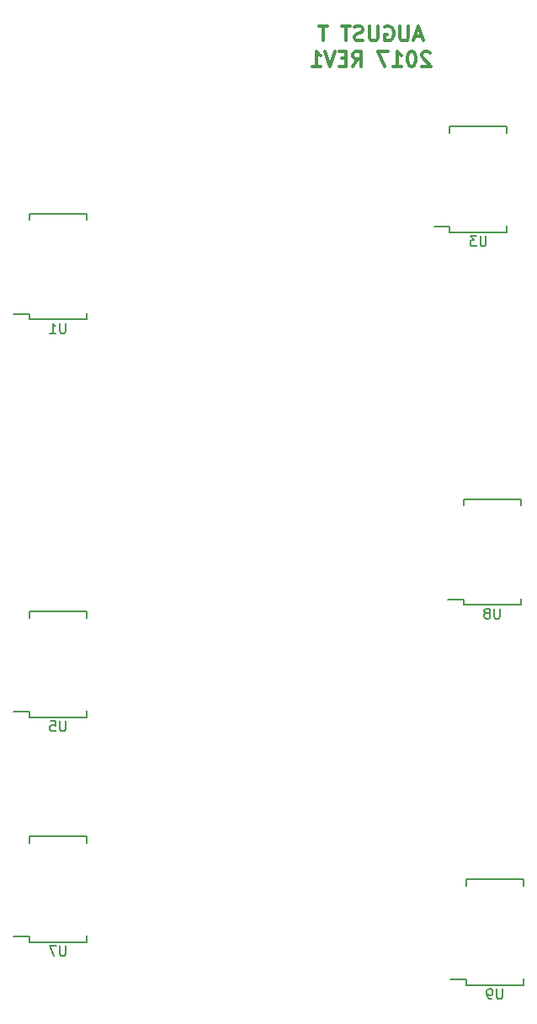
<source format=gbo>
G04 #@! TF.FileFunction,Legend,Bot*
%FSLAX46Y46*%
G04 Gerber Fmt 4.6, Leading zero omitted, Abs format (unit mm)*
G04 Created by KiCad (PCBNEW 4.0.6) date Monday, September 25, 2017 'AMt' 01:13:48 AM*
%MOMM*%
%LPD*%
G01*
G04 APERTURE LIST*
%ADD10C,0.100000*%
%ADD11C,0.300000*%
%ADD12C,0.150000*%
G04 APERTURE END LIST*
D10*
D11*
X161317143Y-76445000D02*
X160602857Y-76445000D01*
X161460000Y-76873571D02*
X160960000Y-75373571D01*
X160460000Y-76873571D01*
X159960000Y-75373571D02*
X159960000Y-76587857D01*
X159888572Y-76730714D01*
X159817143Y-76802143D01*
X159674286Y-76873571D01*
X159388572Y-76873571D01*
X159245714Y-76802143D01*
X159174286Y-76730714D01*
X159102857Y-76587857D01*
X159102857Y-75373571D01*
X157602857Y-75445000D02*
X157745714Y-75373571D01*
X157960000Y-75373571D01*
X158174285Y-75445000D01*
X158317143Y-75587857D01*
X158388571Y-75730714D01*
X158460000Y-76016429D01*
X158460000Y-76230714D01*
X158388571Y-76516429D01*
X158317143Y-76659286D01*
X158174285Y-76802143D01*
X157960000Y-76873571D01*
X157817143Y-76873571D01*
X157602857Y-76802143D01*
X157531428Y-76730714D01*
X157531428Y-76230714D01*
X157817143Y-76230714D01*
X156888571Y-75373571D02*
X156888571Y-76587857D01*
X156817143Y-76730714D01*
X156745714Y-76802143D01*
X156602857Y-76873571D01*
X156317143Y-76873571D01*
X156174285Y-76802143D01*
X156102857Y-76730714D01*
X156031428Y-76587857D01*
X156031428Y-75373571D01*
X155388571Y-76802143D02*
X155174285Y-76873571D01*
X154817142Y-76873571D01*
X154674285Y-76802143D01*
X154602856Y-76730714D01*
X154531428Y-76587857D01*
X154531428Y-76445000D01*
X154602856Y-76302143D01*
X154674285Y-76230714D01*
X154817142Y-76159286D01*
X155102856Y-76087857D01*
X155245714Y-76016429D01*
X155317142Y-75945000D01*
X155388571Y-75802143D01*
X155388571Y-75659286D01*
X155317142Y-75516429D01*
X155245714Y-75445000D01*
X155102856Y-75373571D01*
X154745714Y-75373571D01*
X154531428Y-75445000D01*
X154102857Y-75373571D02*
X153245714Y-75373571D01*
X153674285Y-76873571D02*
X153674285Y-75373571D01*
X151817143Y-75373571D02*
X150960000Y-75373571D01*
X151388571Y-76873571D02*
X151388571Y-75373571D01*
X162138570Y-78066429D02*
X162067141Y-77995000D01*
X161924284Y-77923571D01*
X161567141Y-77923571D01*
X161424284Y-77995000D01*
X161352855Y-78066429D01*
X161281427Y-78209286D01*
X161281427Y-78352143D01*
X161352855Y-78566429D01*
X162209998Y-79423571D01*
X161281427Y-79423571D01*
X160352856Y-77923571D02*
X160209999Y-77923571D01*
X160067142Y-77995000D01*
X159995713Y-78066429D01*
X159924284Y-78209286D01*
X159852856Y-78495000D01*
X159852856Y-78852143D01*
X159924284Y-79137857D01*
X159995713Y-79280714D01*
X160067142Y-79352143D01*
X160209999Y-79423571D01*
X160352856Y-79423571D01*
X160495713Y-79352143D01*
X160567142Y-79280714D01*
X160638570Y-79137857D01*
X160709999Y-78852143D01*
X160709999Y-78495000D01*
X160638570Y-78209286D01*
X160567142Y-78066429D01*
X160495713Y-77995000D01*
X160352856Y-77923571D01*
X158424285Y-79423571D02*
X159281428Y-79423571D01*
X158852856Y-79423571D02*
X158852856Y-77923571D01*
X158995713Y-78137857D01*
X159138571Y-78280714D01*
X159281428Y-78352143D01*
X157924285Y-77923571D02*
X156924285Y-77923571D01*
X157567142Y-79423571D01*
X154352857Y-79423571D02*
X154852857Y-78709286D01*
X155210000Y-79423571D02*
X155210000Y-77923571D01*
X154638572Y-77923571D01*
X154495714Y-77995000D01*
X154424286Y-78066429D01*
X154352857Y-78209286D01*
X154352857Y-78423571D01*
X154424286Y-78566429D01*
X154495714Y-78637857D01*
X154638572Y-78709286D01*
X155210000Y-78709286D01*
X153710000Y-78637857D02*
X153210000Y-78637857D01*
X152995714Y-79423571D02*
X153710000Y-79423571D01*
X153710000Y-77923571D01*
X152995714Y-77923571D01*
X152567143Y-77923571D02*
X152067143Y-79423571D01*
X151567143Y-77923571D01*
X150281429Y-79423571D02*
X151138572Y-79423571D01*
X150710000Y-79423571D02*
X150710000Y-77923571D01*
X150852857Y-78137857D01*
X150995715Y-78280714D01*
X151138572Y-78352143D01*
D12*
X121839000Y-104893000D02*
X121839000Y-104318000D01*
X127589000Y-104893000D02*
X127589000Y-104243000D01*
X127589000Y-94243000D02*
X127589000Y-94893000D01*
X121839000Y-94243000D02*
X121839000Y-94893000D01*
X121839000Y-104893000D02*
X127589000Y-104893000D01*
X121839000Y-94243000D02*
X127589000Y-94243000D01*
X121839000Y-104318000D02*
X120239000Y-104318000D01*
X164130000Y-96130000D02*
X164130000Y-95555000D01*
X169880000Y-96130000D02*
X169880000Y-95480000D01*
X169880000Y-85480000D02*
X169880000Y-86130000D01*
X164130000Y-85480000D02*
X164130000Y-86130000D01*
X164130000Y-96130000D02*
X169880000Y-96130000D01*
X164130000Y-85480000D02*
X169880000Y-85480000D01*
X164130000Y-95555000D02*
X162530000Y-95555000D01*
X121839000Y-144898000D02*
X121839000Y-144323000D01*
X127589000Y-144898000D02*
X127589000Y-144248000D01*
X127589000Y-134248000D02*
X127589000Y-134898000D01*
X121839000Y-134248000D02*
X121839000Y-134898000D01*
X121839000Y-144898000D02*
X127589000Y-144898000D01*
X121839000Y-134248000D02*
X127589000Y-134248000D01*
X121839000Y-144323000D02*
X120239000Y-144323000D01*
X121839000Y-167504000D02*
X121839000Y-166929000D01*
X127589000Y-167504000D02*
X127589000Y-166854000D01*
X127589000Y-156854000D02*
X127589000Y-157504000D01*
X121839000Y-156854000D02*
X121839000Y-157504000D01*
X121839000Y-167504000D02*
X127589000Y-167504000D01*
X121839000Y-156854000D02*
X127589000Y-156854000D01*
X121839000Y-166929000D02*
X120239000Y-166929000D01*
X165527000Y-133595000D02*
X165527000Y-133020000D01*
X171277000Y-133595000D02*
X171277000Y-132945000D01*
X171277000Y-122945000D02*
X171277000Y-123595000D01*
X165527000Y-122945000D02*
X165527000Y-123595000D01*
X165527000Y-133595000D02*
X171277000Y-133595000D01*
X165527000Y-122945000D02*
X171277000Y-122945000D01*
X165527000Y-133020000D02*
X163927000Y-133020000D01*
X165781000Y-171822000D02*
X165781000Y-171247000D01*
X171531000Y-171822000D02*
X171531000Y-171172000D01*
X171531000Y-161172000D02*
X171531000Y-161822000D01*
X165781000Y-161172000D02*
X165781000Y-161822000D01*
X165781000Y-171822000D02*
X171531000Y-171822000D01*
X165781000Y-161172000D02*
X171531000Y-161172000D01*
X165781000Y-171247000D02*
X164181000Y-171247000D01*
X125475905Y-105270381D02*
X125475905Y-106079905D01*
X125428286Y-106175143D01*
X125380667Y-106222762D01*
X125285429Y-106270381D01*
X125094952Y-106270381D01*
X124999714Y-106222762D01*
X124952095Y-106175143D01*
X124904476Y-106079905D01*
X124904476Y-105270381D01*
X123904476Y-106270381D02*
X124475905Y-106270381D01*
X124190191Y-106270381D02*
X124190191Y-105270381D01*
X124285429Y-105413238D01*
X124380667Y-105508476D01*
X124475905Y-105556095D01*
X167766905Y-96507381D02*
X167766905Y-97316905D01*
X167719286Y-97412143D01*
X167671667Y-97459762D01*
X167576429Y-97507381D01*
X167385952Y-97507381D01*
X167290714Y-97459762D01*
X167243095Y-97412143D01*
X167195476Y-97316905D01*
X167195476Y-96507381D01*
X166814524Y-96507381D02*
X166195476Y-96507381D01*
X166528810Y-96888333D01*
X166385952Y-96888333D01*
X166290714Y-96935952D01*
X166243095Y-96983571D01*
X166195476Y-97078810D01*
X166195476Y-97316905D01*
X166243095Y-97412143D01*
X166290714Y-97459762D01*
X166385952Y-97507381D01*
X166671667Y-97507381D01*
X166766905Y-97459762D01*
X166814524Y-97412143D01*
X125475905Y-145275381D02*
X125475905Y-146084905D01*
X125428286Y-146180143D01*
X125380667Y-146227762D01*
X125285429Y-146275381D01*
X125094952Y-146275381D01*
X124999714Y-146227762D01*
X124952095Y-146180143D01*
X124904476Y-146084905D01*
X124904476Y-145275381D01*
X123952095Y-145275381D02*
X124428286Y-145275381D01*
X124475905Y-145751571D01*
X124428286Y-145703952D01*
X124333048Y-145656333D01*
X124094952Y-145656333D01*
X123999714Y-145703952D01*
X123952095Y-145751571D01*
X123904476Y-145846810D01*
X123904476Y-146084905D01*
X123952095Y-146180143D01*
X123999714Y-146227762D01*
X124094952Y-146275381D01*
X124333048Y-146275381D01*
X124428286Y-146227762D01*
X124475905Y-146180143D01*
X125475905Y-167881381D02*
X125475905Y-168690905D01*
X125428286Y-168786143D01*
X125380667Y-168833762D01*
X125285429Y-168881381D01*
X125094952Y-168881381D01*
X124999714Y-168833762D01*
X124952095Y-168786143D01*
X124904476Y-168690905D01*
X124904476Y-167881381D01*
X124523524Y-167881381D02*
X123856857Y-167881381D01*
X124285429Y-168881381D01*
X169163905Y-133972381D02*
X169163905Y-134781905D01*
X169116286Y-134877143D01*
X169068667Y-134924762D01*
X168973429Y-134972381D01*
X168782952Y-134972381D01*
X168687714Y-134924762D01*
X168640095Y-134877143D01*
X168592476Y-134781905D01*
X168592476Y-133972381D01*
X167973429Y-134400952D02*
X168068667Y-134353333D01*
X168116286Y-134305714D01*
X168163905Y-134210476D01*
X168163905Y-134162857D01*
X168116286Y-134067619D01*
X168068667Y-134020000D01*
X167973429Y-133972381D01*
X167782952Y-133972381D01*
X167687714Y-134020000D01*
X167640095Y-134067619D01*
X167592476Y-134162857D01*
X167592476Y-134210476D01*
X167640095Y-134305714D01*
X167687714Y-134353333D01*
X167782952Y-134400952D01*
X167973429Y-134400952D01*
X168068667Y-134448571D01*
X168116286Y-134496190D01*
X168163905Y-134591429D01*
X168163905Y-134781905D01*
X168116286Y-134877143D01*
X168068667Y-134924762D01*
X167973429Y-134972381D01*
X167782952Y-134972381D01*
X167687714Y-134924762D01*
X167640095Y-134877143D01*
X167592476Y-134781905D01*
X167592476Y-134591429D01*
X167640095Y-134496190D01*
X167687714Y-134448571D01*
X167782952Y-134400952D01*
X169417905Y-172199381D02*
X169417905Y-173008905D01*
X169370286Y-173104143D01*
X169322667Y-173151762D01*
X169227429Y-173199381D01*
X169036952Y-173199381D01*
X168941714Y-173151762D01*
X168894095Y-173104143D01*
X168846476Y-173008905D01*
X168846476Y-172199381D01*
X168322667Y-173199381D02*
X168132191Y-173199381D01*
X168036952Y-173151762D01*
X167989333Y-173104143D01*
X167894095Y-172961286D01*
X167846476Y-172770810D01*
X167846476Y-172389857D01*
X167894095Y-172294619D01*
X167941714Y-172247000D01*
X168036952Y-172199381D01*
X168227429Y-172199381D01*
X168322667Y-172247000D01*
X168370286Y-172294619D01*
X168417905Y-172389857D01*
X168417905Y-172627952D01*
X168370286Y-172723190D01*
X168322667Y-172770810D01*
X168227429Y-172818429D01*
X168036952Y-172818429D01*
X167941714Y-172770810D01*
X167894095Y-172723190D01*
X167846476Y-172627952D01*
M02*

</source>
